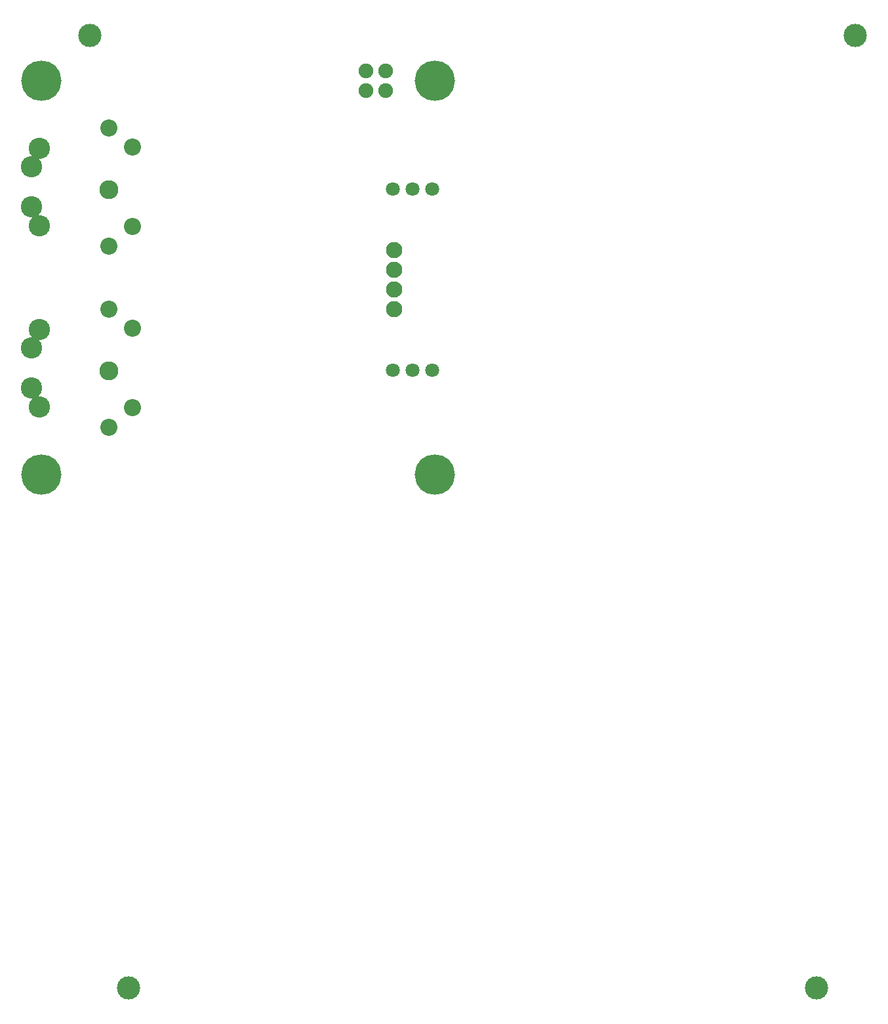
<source format=gbs>
G04 Layer: BottomSolderMaskLayer*
G04 Panelize: V-CUT, Column: 2, Row: 2, Board Size: 58.42mm x 58.42mm, Panelized Board Size: 118.84mm x 118.84mm*
G04 EasyEDA v6.5.32, 2023-07-30 20:53:33*
G04 c3515dc738d34e5298cd013e7790fecd,5a6b42c53f6a479593ecc07194224c93,10*
G04 Gerber Generator version 0.2*
G04 Scale: 100 percent, Rotated: No, Reflected: No *
G04 Dimensions in millimeters *
G04 leading zeros omitted , absolute positions ,4 integer and 5 decimal *
%FSLAX45Y45*%
%MOMM*%

%ADD10C,2.7432*%
%ADD11C,2.4532*%
%ADD12C,2.2032*%
%ADD13C,5.2032*%
%ADD14C,2.1016*%
%ADD15C,1.9016*%
%ADD16C,1.8016*%
%ADD17C,3.0000*%

%LPD*%
D10*
G01*
X353060Y2252979D03*
G01*
X353060Y1252220D03*
D11*
G01*
X1252220Y1719579D03*
D12*
G01*
X1252220Y2517139D03*
G01*
X1252220Y988060D03*
G01*
X1551939Y1239520D03*
G01*
X1551939Y2268220D03*
D10*
G01*
X353060Y4589779D03*
G01*
X353060Y3589020D03*
D11*
G01*
X1252220Y4056379D03*
D12*
G01*
X1252220Y4853939D03*
G01*
X1252220Y3324860D03*
G01*
X1551939Y3576320D03*
G01*
X1551939Y4605020D03*
D13*
G01*
X381000Y5461000D03*
G01*
X5461000Y5461000D03*
G01*
X5461000Y381000D03*
G01*
X381000Y381000D03*
D14*
G01*
X4931206Y3274161D03*
G01*
X4931206Y2512161D03*
G01*
X4931206Y2766161D03*
G01*
X4931206Y3020161D03*
D15*
G01*
X4826000Y5588000D03*
G01*
X4826000Y5334000D03*
G01*
X4572000Y5334000D03*
G01*
X4572000Y5588000D03*
D10*
G01*
X254000Y4350308D03*
G01*
X254000Y2013508D03*
G01*
X254000Y1498600D03*
G01*
X254000Y3835400D03*
D16*
G01*
X5422900Y1727200D03*
G01*
X5168900Y1727200D03*
G01*
X4914900Y1727200D03*
G01*
X4914849Y4063974D03*
G01*
X5168849Y4063974D03*
G01*
X5422849Y4063974D03*
D17*
G01*
X999997Y6041999D03*
G01*
X10884001Y6041999D03*
G01*
X1499996Y-6241999D03*
G01*
X10384002Y-6241999D03*
M02*

</source>
